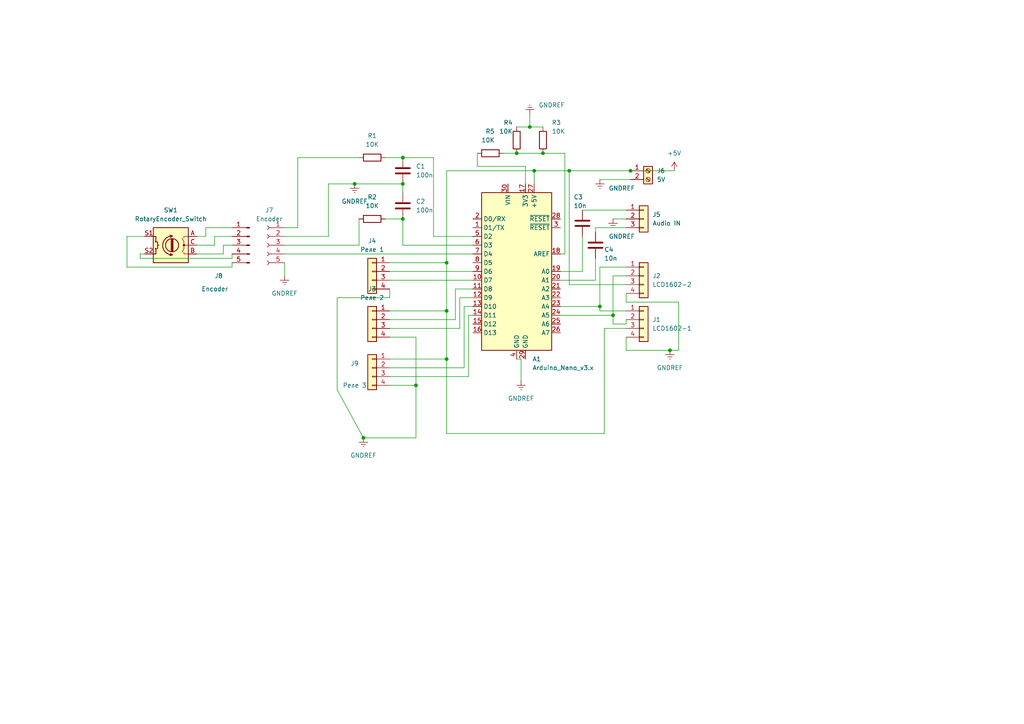
<source format=kicad_sch>
(kicad_sch (version 20211123) (generator eeschema)
  (paper "A4")
  (lib_symbols
    (symbol "Connector:Conn_01x05_Female" (pin_names (offset 1.016) hide)
      (property "Reference" "J" (at 0 7.62 0))
      (property "Value" "Conn_01x05_Female" (at 0 -7.62 0))
      (symbol "Conn_01x05_Female_1_1"
        (arc (start 0 -4.572) (mid -0.508 -5.08) (end 0 -5.588) (stroke (width 0.1524)))
        (arc (start 0 -2.032) (mid -0.508 -2.54) (end 0 -3.048) (stroke (width 0.1524)))
        (polyline (pts (xy -1.27 -5.08) (xy -0.508 -5.08)) (stroke (width 0.1524)))
        (polyline (pts (xy -1.27 -2.54) (xy -0.508 -2.54)) (stroke (width 0.1524)))
        (polyline (pts (xy -1.27 0) (xy -0.508 0)) (stroke (width 0.1524)))
        (polyline (pts (xy -1.27 2.54) (xy -0.508 2.54)) (stroke (width 0.1524)))
        (polyline (pts (xy -1.27 5.08) (xy -0.508 5.08)) (stroke (width 0.1524)))
        (arc (start 0 0.508) (mid -0.508 0) (end 0 -0.508) (stroke (width 0.1524)))
        (arc (start 0 3.048) (mid -0.508 2.54) (end 0 2.032) (stroke (width 0.1524)))
        (arc (start 0 5.588) (mid -0.508 5.08) (end 0 4.572) (stroke (width 0.1524)))
        (pin passive line (at -5.08 5.08 0) (length 3.81) (name "Pin_1") (number "1"))
        (pin passive line (at -5.08 2.54 0) (length 3.81) (name "Pin_2") (number "2"))
        (pin passive line (at -5.08 0 0) (length 3.81) (name "Pin_3") (number "3"))
        (pin passive line (at -5.08 -2.54 0) (length 3.81) (name "Pin_4") (number "4"))
        (pin passive line (at -5.08 -5.08 0) (length 3.81) (name "Pin_5") (number "5"))
      )
    )
    (symbol "Connector:Conn_01x05_Male" (pin_names (offset 1.016) hide)
      (property "Reference" "J" (at 0 7.62 0))
      (property "Value" "Conn_01x05_Male" (at 0 -7.62 0))
      (symbol "Conn_01x05_Male_1_1"
        (polyline (pts (xy 1.27 -5.08) (xy 0.8636 -5.08)) (stroke (width 0.1524)))
        (polyline (pts (xy 1.27 -2.54) (xy 0.8636 -2.54)) (stroke (width 0.1524)))
        (polyline (pts (xy 1.27 0) (xy 0.8636 0)) (stroke (width 0.1524)))
        (polyline (pts (xy 1.27 2.54) (xy 0.8636 2.54)) (stroke (width 0.1524)))
        (polyline (pts (xy 1.27 5.08) (xy 0.8636 5.08)) (stroke (width 0.1524)))
        (rectangle (start 0.8636 -4.953) (end 0 -5.207) (stroke (width 0.1524)) (fill (type outline)))
        (rectangle (start 0.8636 -2.413) (end 0 -2.667) (stroke (width 0.1524)) (fill (type outline)))
        (rectangle (start 0.8636 0.127) (end 0 -0.127) (stroke (width 0.1524)) (fill (type outline)))
        (rectangle (start 0.8636 2.667) (end 0 2.413) (stroke (width 0.1524)) (fill (type outline)))
        (rectangle (start 0.8636 5.207) (end 0 4.953) (stroke (width 0.1524)) (fill (type outline)))
        (pin passive line (at 5.08 5.08 180) (length 3.81) (name "Pin_1") (number "1"))
        (pin passive line (at 5.08 2.54 180) (length 3.81) (name "Pin_2") (number "2"))
        (pin passive line (at 5.08 0 180) (length 3.81) (name "Pin_3") (number "3"))
        (pin passive line (at 5.08 -2.54 180) (length 3.81) (name "Pin_4") (number "4"))
        (pin passive line (at 5.08 -5.08 180) (length 3.81) (name "Pin_5") (number "5"))
      )
    )
    (symbol "Connector:Screw_Terminal_01x02" (pin_names (offset 1.016) hide)
      (property "Reference" "J" (at 0 2.54 0))
      (property "Value" "Screw_Terminal_01x02" (at 0 -5.08 0))
      (symbol "Screw_Terminal_01x02_1_1"
        (rectangle (start -1.27 1.27) (end 1.27 -3.81) (stroke (width 0.254)) (fill (type background)))
        (circle (center 0 -2.54) (radius 0.635) (stroke (width 0.1524)))
        (polyline (pts (xy -0.5334 -2.2098) (xy 0.3302 -3.048)) (stroke (width 0.1524)))
        (polyline (pts (xy -0.5334 0.3302) (xy 0.3302 -0.508)) (stroke (width 0.1524)))
        (polyline (pts (xy -0.3556 -2.032) (xy 0.508 -2.8702)) (stroke (width 0.1524)))
        (polyline (pts (xy -0.3556 0.508) (xy 0.508 -0.3302)) (stroke (width 0.1524)))
        (circle (center 0 0) (radius 0.635) (stroke (width 0.1524)))
        (pin passive line (at -5.08 0 0) (length 3.81) (name "Pin_1") (number "1"))
        (pin passive line (at -5.08 -2.54 0) (length 3.81) (name "Pin_2") (number "2"))
      )
    )
    (symbol "Connector_Generic:Conn_01x03" (pin_names (offset 1.016) hide)
      (property "Reference" "J" (at 0 5.08 0))
      (property "Value" "Conn_01x03" (at 0 -5.08 0))
      (symbol "Conn_01x03_1_1"
        (rectangle (start -1.27 -2.413) (end 0 -2.667) (stroke (width 0.1524)))
        (rectangle (start -1.27 0.127) (end 0 -0.127) (stroke (width 0.1524)))
        (rectangle (start -1.27 2.667) (end 0 2.413) (stroke (width 0.1524)))
        (rectangle (start -1.27 3.81) (end 1.27 -3.81) (stroke (width 0.254)) (fill (type background)))
        (pin passive line (at -5.08 2.54 0) (length 3.81) (name "Pin_1") (number "1"))
        (pin passive line (at -5.08 0 0) (length 3.81) (name "Pin_2") (number "2"))
        (pin passive line (at -5.08 -2.54 0) (length 3.81) (name "Pin_3") (number "3"))
      )
    )
    (symbol "Connector_Generic:Conn_01x04" (pin_names (offset 1.016) hide)
      (property "Reference" "J" (at 0 5.08 0))
      (property "Value" "Conn_01x04" (at 0 -7.62 0))
      (symbol "Conn_01x04_1_1"
        (rectangle (start -1.27 -4.953) (end 0 -5.207) (stroke (width 0.1524)))
        (rectangle (start -1.27 -2.413) (end 0 -2.667) (stroke (width 0.1524)))
        (rectangle (start -1.27 0.127) (end 0 -0.127) (stroke (width 0.1524)))
        (rectangle (start -1.27 2.667) (end 0 2.413) (stroke (width 0.1524)))
        (rectangle (start -1.27 3.81) (end 1.27 -6.35) (stroke (width 0.254)) (fill (type background)))
        (pin passive line (at -5.08 2.54 0) (length 3.81) (name "Pin_1") (number "1"))
        (pin passive line (at -5.08 0 0) (length 3.81) (name "Pin_2") (number "2"))
        (pin passive line (at -5.08 -2.54 0) (length 3.81) (name "Pin_3") (number "3"))
        (pin passive line (at -5.08 -5.08 0) (length 3.81) (name "Pin_4") (number "4"))
      )
    )
    (symbol "Device:C" (pin_numbers hide) (pin_names (offset 0.254))
      (property "Reference" "C" (at 0.635 2.54 0))
      (property "Value" "C" (at 0.635 -2.54 0))
      (symbol "C_0_1"
        (polyline (pts (xy -2.032 -0.762) (xy 2.032 -0.762)) (stroke (width 0.508)))
        (polyline (pts (xy -2.032 0.762) (xy 2.032 0.762)) (stroke (width 0.508)))
      )
      (symbol "C_1_1"
        (pin passive line (at 0 3.81 270) (length 2.794) (name "~") (number "1"))
        (pin passive line (at 0 -3.81 90) (length 2.794) (name "~") (number "2"))
      )
    )
    (symbol "Device:R" (pin_numbers hide) (pin_names (offset 0))
      (property "Reference" "R" (at 2.032 0 90))
      (property "Value" "R" (at 0 0 90))
      (symbol "R_0_1"
        (rectangle (start -1.016 -2.54) (end 1.016 2.54) (stroke (width 0.254)))
      )
      (symbol "R_1_1"
        (pin passive line (at 0 3.81 270) (length 1.27) (name "~") (number "1"))
        (pin passive line (at 0 -3.81 90) (length 1.27) (name "~") (number "2"))
      )
    )
    (symbol "Device:RotaryEncoder_Switch" (pin_names (offset 0.254) hide)
      (property "Reference" "SW" (at 0 6.604 0))
      (property "Value" "RotaryEncoder_Switch" (at 0 -6.604 0))
      (symbol "RotaryEncoder_Switch_0_1"
        (rectangle (start -5.08 5.08) (end 5.08 -5.08) (stroke (width 0.254)) (fill (type background)))
        (circle (center -3.81 0) (radius 0.254) (fill (type outline)))
        (arc (start -0.381 -2.794) (mid 2.3622 -0.0508) (end -0.381 2.667) (stroke (width 0.254)))
        (circle (center -0.381 0) (radius 1.905) (stroke (width 0.254)))
        (polyline (pts (xy -0.635 -1.778) (xy -0.635 1.778)) (stroke (width 0.254)))
        (polyline (pts (xy -0.381 -1.778) (xy -0.381 1.778)) (stroke (width 0.254)))
        (polyline (pts (xy -0.127 1.778) (xy -0.127 -1.778)) (stroke (width 0.254)))
        (polyline (pts (xy 3.81 0) (xy 3.429 0)) (stroke (width 0.254)))
        (polyline (pts (xy 3.81 1.016) (xy 3.81 -1.016)) (stroke (width 0.254)))
        (polyline (pts (xy -5.08 -2.54) (xy -3.81 -2.54) (xy -3.81 -2.032)))
        (polyline (pts (xy -5.08 2.54) (xy -3.81 2.54) (xy -3.81 2.032)))
        (polyline (pts (xy 0.254 -3.048) (xy -0.508 -2.794) (xy 0.127 -2.413)) (stroke (width 0.254)))
        (polyline (pts (xy 0.254 2.921) (xy -0.508 2.667) (xy 0.127 2.286)) (stroke (width 0.254)))
        (polyline (pts (xy 5.08 -2.54) (xy 4.318 -2.54) (xy 4.318 -1.016)) (stroke (width 0.254)))
        (polyline (pts (xy 5.08 2.54) (xy 4.318 2.54) (xy 4.318 1.016)) (stroke (width 0.254)))
        (polyline (pts (xy -5.08 0) (xy -3.81 0) (xy -3.81 -1.016) (xy -3.302 -2.032)))
        (polyline (pts (xy -4.318 0) (xy -3.81 0) (xy -3.81 1.016) (xy -3.302 2.032)))
        (circle (center 4.318 -1.016) (radius 0.127) (stroke (width 0.254)))
        (circle (center 4.318 1.016) (radius 0.127) (stroke (width 0.254)))
      )
      (symbol "RotaryEncoder_Switch_1_1"
        (pin passive line (at -7.62 2.54 0) (length 2.54) (name "A") (number "A"))
        (pin passive line (at -7.62 -2.54 0) (length 2.54) (name "B") (number "B"))
        (pin passive line (at -7.62 0 0) (length 2.54) (name "C") (number "C"))
        (pin passive line (at 7.62 2.54 180) (length 2.54) (name "S1") (number "S1"))
        (pin passive line (at 7.62 -2.54 180) (length 2.54) (name "S2") (number "S2"))
      )
    )
    (symbol "MCU_Module:Arduino_Nano_v3.x"
      (property "Reference" "A" (at -10.16 23.495 0))
      (property "Value" "Arduino_Nano_v3.x" (at 5.08 -24.13 0))
      (symbol "Arduino_Nano_v3.x_0_1"
        (rectangle (start -10.16 22.86) (end 10.16 -22.86) (stroke (width 0.254)) (fill (type background)))
      )
      (symbol "Arduino_Nano_v3.x_1_1"
        (pin bidirectional line (at -12.7 12.7 0) (length 2.54) (name "D1/TX") (number "1"))
        (pin bidirectional line (at -12.7 -2.54 0) (length 2.54) (name "D7") (number "10"))
        (pin bidirectional line (at -12.7 -5.08 0) (length 2.54) (name "D8") (number "11"))
        (pin bidirectional line (at -12.7 -7.62 0) (length 2.54) (name "D9") (number "12"))
        (pin bidirectional line (at -12.7 -10.16 0) (length 2.54) (name "D10") (number "13"))
        (pin bidirectional line (at -12.7 -12.7 0) (length 2.54) (name "D11") (number "14"))
        (pin bidirectional line (at -12.7 -15.24 0) (length 2.54) (name "D12") (number "15"))
        (pin bidirectional line (at -12.7 -17.78 0) (length 2.54) (name "D13") (number "16"))
        (pin power_out line (at 2.54 25.4 270) (length 2.54) (name "3V3") (number "17"))
        (pin input line (at 12.7 5.08 180) (length 2.54) (name "AREF") (number "18"))
        (pin bidirectional line (at 12.7 0 180) (length 2.54) (name "A0") (number "19"))
        (pin bidirectional line (at -12.7 15.24 0) (length 2.54) (name "D0/RX") (number "2"))
        (pin bidirectional line (at 12.7 -2.54 180) (length 2.54) (name "A1") (number "20"))
        (pin bidirectional line (at 12.7 -5.08 180) (length 2.54) (name "A2") (number "21"))
        (pin bidirectional line (at 12.7 -7.62 180) (length 2.54) (name "A3") (number "22"))
        (pin bidirectional line (at 12.7 -10.16 180) (length 2.54) (name "A4") (number "23"))
        (pin bidirectional line (at 12.7 -12.7 180) (length 2.54) (name "A5") (number "24"))
        (pin bidirectional line (at 12.7 -15.24 180) (length 2.54) (name "A6") (number "25"))
        (pin bidirectional line (at 12.7 -17.78 180) (length 2.54) (name "A7") (number "26"))
        (pin power_out line (at 5.08 25.4 270) (length 2.54) (name "+5V") (number "27"))
        (pin input line (at 12.7 15.24 180) (length 2.54) (name "~{RESET}") (number "28"))
        (pin power_in line (at 2.54 -25.4 90) (length 2.54) (name "GND") (number "29"))
        (pin input line (at 12.7 12.7 180) (length 2.54) (name "~{RESET}") (number "3"))
        (pin power_in line (at -2.54 25.4 270) (length 2.54) (name "VIN") (number "30"))
        (pin power_in line (at 0 -25.4 90) (length 2.54) (name "GND") (number "4"))
        (pin bidirectional line (at -12.7 10.16 0) (length 2.54) (name "D2") (number "5"))
        (pin bidirectional line (at -12.7 7.62 0) (length 2.54) (name "D3") (number "6"))
        (pin bidirectional line (at -12.7 5.08 0) (length 2.54) (name "D4") (number "7"))
        (pin bidirectional line (at -12.7 2.54 0) (length 2.54) (name "D5") (number "8"))
        (pin bidirectional line (at -12.7 0 0) (length 2.54) (name "D6") (number "9"))
      )
    )
    (symbol "power:+5V" (power) (pin_names (offset 0))
      (property "Value" "+5V" (at 0 3.556 0))
      (symbol "+5V_0_1"
        (polyline (pts (xy -0.762 1.27) (xy 0 2.54)))
        (polyline (pts (xy 0 0) (xy 0 2.54)))
        (polyline (pts (xy 0 2.54) (xy 0.762 1.27)))
      )
      (symbol "+5V_1_1"
        (pin power_in line (at 0 0 90) (length 0) hide (name "+5V") (number "1"))
      )
    )
    (symbol "power:GNDREF" (power) (pin_names (offset 0))
      (property "Value" "GNDREF" (at 0 -3.81 0))
      (symbol "GNDREF_0_1"
        (polyline (pts (xy -0.635 -1.905) (xy 0.635 -1.905)))
        (polyline (pts (xy -0.127 -2.54) (xy 0.127 -2.54)))
        (polyline (pts (xy 0 -1.27) (xy 0 0)))
        (polyline (pts (xy 1.27 -1.27) (xy -1.27 -1.27)))
      )
      (symbol "GNDREF_1_1"
        (pin power_in line (at 0 0 270) (length 0) hide (name "GNDREF") (number "1"))
      )
    )
  )
  (junction (at 129.54 104.14))
  (junction (at 165.1 49.53))
  (junction (at 105.41 127))
  (junction (at 149.86 44.45))
  (junction (at 154.94 49.53))
  (junction (at 157.48 44.45))
  (junction (at 194.31 101.6))
  (junction (at 129.54 76.2))
  (junction (at 116.84 63.5))
  (junction (at 182.88 49.53))
  (junction (at 120.65 111.76))
  (junction (at 116.84 53.34))
  (junction (at 116.84 45.72))
  (junction (at 129.54 90.17))
  (junction (at 102.87 53.34))
  (junction (at 177.8 91.44))
  (junction (at 153.67 36.83))
  (junction (at 173.99 88.9))
  (wire (pts (xy 111.76 63.5) (xy 116.84 63.5)))
  (wire (pts (xy 36.83 68.58) (xy 36.83 77.47)))
  (wire (pts (xy 152.4 53.34) (xy 152.4 48.26)))
  (wire (pts (xy 152.4 48.26) (xy 138.43 48.26)))
  (wire (pts (xy 113.03 109.22) (xy 135.89 109.22)))
  (wire (pts (xy 129.54 49.53) (xy 154.94 49.53)))
  (wire (pts (xy 137.16 71.12) (xy 116.84 71.12)))
  (wire (pts (xy 196.85 87.63) (xy 196.85 101.6)))
  (wire (pts (xy 172.72 66.04) (xy 172.72 67.31)))
  (wire (pts (xy 163.83 73.66) (xy 163.83 44.45)))
  (wire (pts (xy 181.61 93.98) (xy 181.61 92.71)))
  (wire (pts (xy 86.36 45.72) (xy 104.14 45.72)))
  (wire (pts (xy 116.84 71.12) (xy 116.84 63.5)))
  (wire (pts (xy 125.73 68.58) (xy 125.73 45.72)))
  (wire (pts (xy 196.85 101.6) (xy 194.31 101.6)))
  (wire (pts (xy 113.03 104.14) (xy 129.54 104.14)))
  (wire (pts (xy 135.89 109.22) (xy 135.89 91.44)))
  (wire (pts (xy 125.73 45.72) (xy 116.84 45.72)))
  (wire (pts (xy 162.56 81.28) (xy 172.72 81.28)))
  (wire (pts (xy 82.55 68.58) (xy 95.25 68.58)))
  (wire (pts (xy 181.61 80.01) (xy 177.8 80.01)))
  (wire (pts (xy 129.54 90.17) (xy 129.54 104.14)))
  (wire (pts (xy 165.1 82.55) (xy 165.1 49.53)))
  (wire (pts (xy 113.03 86.36) (xy 113.03 83.82)))
  (wire (pts (xy 175.26 125.73) (xy 129.54 125.73)))
  (wire (pts (xy 105.41 127) (xy 120.65 127)))
  (wire (pts (xy 151.13 104.14) (xy 151.13 110.49)))
  (wire (pts (xy 138.43 48.26) (xy 138.43 44.45)))
  (wire (pts (xy 57.15 68.58) (xy 59.69 68.58)))
  (wire (pts (xy 149.86 104.14) (xy 151.13 104.14)))
  (wire (pts (xy 62.23 68.58) (xy 67.31 68.58)))
  (wire (pts (xy 168.91 68.58) (xy 168.91 78.74)))
  (wire (pts (xy 129.54 104.14) (xy 129.54 125.73)))
  (wire (pts (xy 173.99 88.9) (xy 173.99 90.17)))
  (wire (pts (xy 129.54 76.2) (xy 129.54 90.17)))
  (wire (pts (xy 153.67 36.83) (xy 157.48 36.83)))
  (wire (pts (xy 153.67 33.02) (xy 153.67 36.83)))
  (wire (pts (xy 149.86 44.45) (xy 157.48 44.45)))
  (wire (pts (xy 175.26 95.25) (xy 175.26 125.73)))
  (wire (pts (xy 36.83 77.47) (xy 67.31 77.47)))
  (wire (pts (xy 64.77 71.12) (xy 67.31 71.12)))
  (wire (pts (xy 67.31 77.47) (xy 67.31 76.2)))
  (wire (pts (xy 129.54 49.53) (xy 129.54 76.2)))
  (wire (pts (xy 134.62 106.68) (xy 134.62 88.9)))
  (wire (pts (xy 113.03 76.2) (xy 129.54 76.2)))
  (wire (pts (xy 133.35 95.25) (xy 133.35 86.36)))
  (wire (pts (xy 181.61 82.55) (xy 165.1 82.55)))
  (wire (pts (xy 132.08 92.71) (xy 132.08 83.82)))
  (wire (pts (xy 172.72 74.93) (xy 172.72 81.28)))
  (wire (pts (xy 154.94 49.53) (xy 154.94 53.34)))
  (wire (pts (xy 64.77 73.66) (xy 64.77 71.12)))
  (wire (pts (xy 181.61 95.25) (xy 175.26 95.25)))
  (wire (pts (xy 113.03 81.28) (xy 137.16 81.28)))
  (wire (pts (xy 82.55 80.01) (xy 82.55 76.2)))
  (wire (pts (xy 181.61 63.5) (xy 177.8 63.5)))
  (wire (pts (xy 67.31 74.93) (xy 67.31 73.66)))
  (wire (pts (xy 113.03 92.71) (xy 132.08 92.71)))
  (wire (pts (xy 86.36 66.04) (xy 86.36 45.72)))
  (wire (pts (xy 181.61 87.63) (xy 196.85 87.63)))
  (wire (pts (xy 181.61 97.79) (xy 181.61 101.6)))
  (wire (pts (xy 149.86 36.83) (xy 153.67 36.83)))
  (wire (pts (xy 181.61 85.09) (xy 181.61 87.63)))
  (wire (pts (xy 173.99 90.17) (xy 181.61 90.17)))
  (wire (pts (xy 59.69 66.04) (xy 67.31 66.04)))
  (wire (pts (xy 173.99 77.47) (xy 173.99 88.9)))
  (wire (pts (xy 82.55 66.04) (xy 86.36 66.04)))
  (wire (pts (xy 154.94 49.53) (xy 165.1 49.53)))
  (wire (pts (xy 97.79 86.36) (xy 97.79 113.03)))
  (wire (pts (xy 162.56 78.74) (xy 168.91 78.74)))
  (wire (pts (xy 57.15 71.12) (xy 62.23 71.12)))
  (wire (pts (xy 59.69 68.58) (xy 59.69 66.04)))
  (wire (pts (xy 41.91 68.58) (xy 36.83 68.58)))
  (wire (pts (xy 104.14 71.12) (xy 104.14 63.5)))
  (wire (pts (xy 177.8 93.98) (xy 181.61 93.98)))
  (wire (pts (xy 40.64 73.66) (xy 40.64 74.93)))
  (wire (pts (xy 113.03 78.74) (xy 137.16 78.74)))
  (wire (pts (xy 41.91 73.66) (xy 40.64 73.66)))
  (wire (pts (xy 135.89 91.44) (xy 137.16 91.44)))
  (wire (pts (xy 177.8 80.01) (xy 177.8 91.44)))
  (wire (pts (xy 97.79 86.36) (xy 113.03 86.36)))
  (wire (pts (xy 137.16 68.58) (xy 125.73 68.58)))
  (wire (pts (xy 97.79 113.03) (xy 105.41 127)))
  (wire (pts (xy 82.55 73.66) (xy 137.16 73.66)))
  (wire (pts (xy 163.83 44.45) (xy 157.48 44.45)))
  (wire (pts (xy 181.61 77.47) (xy 173.99 77.47)))
  (wire (pts (xy 162.56 91.44) (xy 177.8 91.44)))
  (wire (pts (xy 120.65 97.79) (xy 120.65 111.76)))
  (wire (pts (xy 95.25 68.58) (xy 95.25 53.34)))
  (wire (pts (xy 182.88 49.53) (xy 195.58 49.53)))
  (wire (pts (xy 40.64 74.93) (xy 67.31 74.93)))
  (wire (pts (xy 62.23 71.12) (xy 62.23 68.58)))
  (wire (pts (xy 82.55 71.12) (xy 104.14 71.12)))
  (wire (pts (xy 168.91 60.96) (xy 181.61 60.96)))
  (wire (pts (xy 133.35 86.36) (xy 137.16 86.36)))
  (wire (pts (xy 57.15 73.66) (xy 64.77 73.66)))
  (wire (pts (xy 165.1 49.53) (xy 182.88 49.53)))
  (wire (pts (xy 102.87 53.34) (xy 116.84 53.34)))
  (wire (pts (xy 146.05 44.45) (xy 149.86 44.45)))
  (wire (pts (xy 162.56 88.9) (xy 173.99 88.9)))
  (wire (pts (xy 181.61 66.04) (xy 172.72 66.04)))
  (wire (pts (xy 134.62 88.9) (xy 137.16 88.9)))
  (wire (pts (xy 162.56 73.66) (xy 163.83 73.66)))
  (wire (pts (xy 182.88 52.07) (xy 173.99 52.07)))
  (wire (pts (xy 113.03 106.68) (xy 134.62 106.68)))
  (wire (pts (xy 95.25 53.34) (xy 102.87 53.34)))
  (wire (pts (xy 181.61 101.6) (xy 194.31 101.6)))
  (wire (pts (xy 177.8 91.44) (xy 177.8 93.98)))
  (wire (pts (xy 113.03 90.17) (xy 129.54 90.17)))
  (wire (pts (xy 113.03 111.76) (xy 120.65 111.76)))
  (wire (pts (xy 116.84 53.34) (xy 116.84 55.88)))
  (wire (pts (xy 120.65 111.76) (xy 120.65 127)))
  (wire (pts (xy 113.03 95.25) (xy 133.35 95.25)))
  (wire (pts (xy 120.65 97.79) (xy 113.03 97.79)))
  (wire (pts (xy 111.76 45.72) (xy 116.84 45.72)))
  (wire (pts (xy 132.08 83.82) (xy 137.16 83.82)))
  (symbol (lib_id "Connector_Generic:Conn_01x04") (at 186.69 92.71 0) (unit 1)
    (property "Reference" "J1" (at 189.23 92.7099 0) (effects (justify left)))
    (property "Value" "LCD1602-1" (at 189.23 95.2499 0) (effects (justify left)))
    (property "Footprint" "Connector_JST:JST_XH_B4B-XH-A_1x04_P2.50mm_Vertical" (effects hide))
  )
  (symbol (lib_id "Connector:Screw_Terminal_01x02") (at 187.96 49.53 0) (unit 1)
    (property "Reference" "J6" (at 190.5 49.5299 0) (effects (justify left)))
    (property "Value" "5V" (at 190.5 52.0699 0) (effects (justify left)))
    (property "Footprint" "TerminalBlock:TerminalBlock_bornier-2_P5.08mm" (effects hide))
  )
  (symbol (lib_id "Connector_Generic:Conn_01x04") (at 107.95 78.74 0) (mirror y) (unit 1)
    (property "Reference" "J4" (at 107.95 69.85 0))
    (property "Value" "Реле 1" (at 107.95 72.39 0))
    (property "Footprint" "Connector_JST:JST_XH_B4B-XH-A_1x04_P2.50mm_Vertical" (effects hide))
  )
  (symbol (lib_id "power:+5V") (at 195.58 49.53 0) (unit 1)
    (property "Reference" "#PWR0105" (effects hide))
    (property "Value" "+5V" (at 195.58 44.45 0))
  )
  (symbol (lib_id "Device:R") (at 149.86 40.64 0) (unit 1)
    (property "Reference" "R4" (at 146.05 35.56 0) (effects (justify left)))
    (property "Value" "10K" (at 144.78 38.1 0) (effects (justify left)))
    (property "Footprint" "Resistor_THT:R_Axial_DIN0207_L6.3mm_D2.5mm_P10.16mm_Horizontal" (effects hide))
  )
  (symbol (lib_id "MCU_Module:Arduino_Nano_v3.x") (at 149.86 78.74 0) (unit 1)
    (property "Reference" "A1" (at 154.4194 104.14 0) (effects (justify left)))
    (property "Value" "Arduino_Nano_v3.x" (at 154.4194 106.68 0) (effects (justify left)))
    (property "Footprint" "Module:Arduino_Nano" (effects hide))
    (property "Datasheet" "http://www.mouser.com/pdfdocs/Gravitech_Arduino_Nano3_0.pdf" (effects hide))
  )
  (symbol (lib_id "Connector_Generic:Conn_01x04") (at 186.69 80.01 0) (unit 1)
    (property "Reference" "J2" (at 189.23 80.0099 0) (effects (justify left)))
    (property "Value" "LCD1602-2" (at 189.23 82.5499 0) (effects (justify left)))
    (property "Footprint" "Connector_JST:JST_XH_B4B-XH-A_1x04_P2.50mm_Vertical" (effects hide))
  )
  (symbol (lib_id "power:GNDREF") (at 102.87 53.34 0) (unit 1)
    (property "Reference" "#PWR0107" (effects hide))
    (property "Value" "GNDREF" (at 102.87 58.42 0))
  )
  (symbol (lib_id "Connector:Conn_01x05_Female") (at 77.47 71.12 0) (mirror y) (unit 1)
    (property "Reference" "J7" (at 78.105 60.96 0))
    (property "Value" "Encoder" (at 78.105 63.5 0))
    (property "Footprint" "Connector_JST:JST_XH_B5B-XH-A_1x05_P2.50mm_Vertical" (effects hide))
  )
  (symbol (lib_id "power:GNDREF") (at 177.8 63.5 0) (unit 1)
    (property "Reference" "#PWR0103" (effects hide))
    (property "Value" "GNDREF" (at 180.34 68.58 0))
  )
  (symbol (lib_id "power:GNDREF") (at 194.31 101.6 0) (unit 1)
    (property "Reference" "#PWR0104" (effects hide))
    (property "Value" "GNDREF" (at 194.31 106.68 0))
  )
  (symbol (lib_id "power:GNDREF") (at 82.55 80.01 0) (unit 1)
    (property "Reference" "#PWR0108" (effects hide))
    (property "Value" "GNDREF" (at 82.55 85.09 0))
  )
  (symbol (lib_id "power:GNDREF") (at 173.99 52.07 0) (unit 1)
    (property "Reference" "#PWR0106" (effects hide))
    (property "Value" "GNDREF" (at 180.34 54.61 0))
  )
  (symbol (lib_id "Device:R") (at 107.95 63.5 90) (unit 1)
    (property "Reference" "R2" (at 107.95 57.15 90))
    (property "Value" "10K" (at 107.95 59.69 90))
    (property "Footprint" "Resistor_THT:R_Axial_DIN0207_L6.3mm_D2.5mm_P10.16mm_Horizontal" (effects hide))
  )
  (symbol (lib_id "Connector_Generic:Conn_01x04") (at 107.95 106.68 0) (mirror y) (unit 1)
    (property "Reference" "J9" (at 102.87 105.41 0))
    (property "Value" "Реле 3" (at 102.87 111.76 0))
    (property "Footprint" "Connector_JST:JST_XH_B4B-XH-A_1x04_P2.50mm_Vertical" (effects hide))
  )
  (symbol (lib_id "Device:RotaryEncoder_Switch") (at 49.53 71.12 0) (mirror y) (unit 1)
    (property "Reference" "SW1" (at 49.53 60.96 0))
    (property "Value" "RotaryEncoder_Switch" (at 49.53 63.5 0))
    (property "Footprint" "Rotary_Encoder:RotaryEncoder_Alps_EC11E-Switch_Vertical_H20mm" (effects hide))
  )
  (symbol (lib_id "Device:R") (at 157.48 40.64 0) (unit 1)
    (property "Reference" "R3" (at 160.02 35.56 0) (effects (justify left)))
    (property "Value" "10K" (at 160.02 38.1 0) (effects (justify left)))
    (property "Footprint" "Resistor_THT:R_Axial_DIN0207_L6.3mm_D2.5mm_P10.16mm_Horizontal" (effects hide))
  )
  (symbol (lib_id "Connector_Generic:Conn_01x03") (at 186.69 63.5 0) (unit 1)
    (property "Reference" "J5" (at 189.23 62.2299 0) (effects (justify left)))
    (property "Value" "Audio IN" (at 189.23 64.7699 0) (effects (justify left)))
    (property "Footprint" "Connector_JST:JST_XH_B3B-XH-A_1x03_P2.50mm_Vertical" (effects hide))
  )
  (symbol (lib_id "power:GNDREF") (at 105.41 127 0) (unit 1)
    (property "Reference" "#PWR0102" (effects hide))
    (property "Value" "GNDREF" (at 105.41 132.08 0))
  )
  (symbol (lib_id "Connector_Generic:Conn_01x04") (at 107.95 92.71 0) (mirror y) (unit 1)
    (property "Reference" "J3" (at 107.95 83.82 0))
    (property "Value" "Реле 2" (at 107.95 86.36 0))
    (property "Footprint" "Connector_JST:JST_XH_B4B-XH-A_1x04_P2.50mm_Vertical" (effects hide))
  )
  (symbol (lib_id "power:GNDREF") (at 153.67 33.02 0) (mirror x) (unit 1)
    (property "Reference" "#PWR?" (effects hide))
    (property "Value" "GNDREF" (at 160.02 30.48 0))
  )
  (symbol (lib_id "Device:C") (at 168.91 64.77 0) (unit 1)
    (property "Reference" "C3" (at 166.37 57.15 0) (effects (justify left)))
    (property "Value" "10n" (at 166.37 59.69 0) (effects (justify left)))
    (property "Footprint" "Capacitor_THT:C_Disc_D4.7mm_W2.5mm_P5.00mm" (effects hide))
  )
  (symbol (lib_id "Device:R") (at 142.24 44.45 90) (unit 1)
    (property "Reference" "R5" (at 143.51 38.1 90) (effects (justify left)))
    (property "Value" "10K" (at 143.51 40.64 90) (effects (justify left)))
    (property "Footprint" "Resistor_THT:R_Axial_DIN0207_L6.3mm_D2.5mm_P10.16mm_Horizontal" (effects hide))
  )
  (symbol (lib_id "Device:C") (at 172.72 71.12 0) (unit 1)
    (property "Reference" "C4" (at 175.26 72.39 0) (effects (justify left)))
    (property "Value" "10n" (at 175.26 74.93 0) (effects (justify left)))
    (property "Footprint" "Capacitor_THT:C_Disc_D4.7mm_W2.5mm_P5.00mm" (effects hide))
  )
  (symbol (lib_id "Connector:Conn_01x05_Male") (at 72.39 71.12 0) (mirror y) (unit 1)
    (property "Reference" "J8" (at 62.23 80.01 0) (effects (justify right)))
    (property "Value" "Encoder" (at 58.42 83.82 0) (effects (justify right)))
  )
  (symbol (lib_id "power:GNDREF") (at 151.13 110.49 0) (unit 1)
    (property "Reference" "#PWR0101" (effects hide))
    (property "Value" "GNDREF" (at 151.13 115.57 0))
  )
  (symbol (lib_id "Device:R") (at 107.95 45.72 90) (unit 1)
    (property "Reference" "R1" (at 107.95 39.37 90))
    (property "Value" "10K" (at 107.95 41.91 90))
    (property "Footprint" "Resistor_THT:R_Axial_DIN0207_L6.3mm_D2.5mm_P10.16mm_Horizontal" (effects hide))
  )
  (symbol (lib_id "Device:C") (at 116.84 59.69 0) (unit 1)
    (property "Reference" "C2" (at 120.65 58.4199 0) (effects (justify left)))
    (property "Value" "100n" (at 120.65 60.9599 0) (effects (justify left)))
    (property "Footprint" "Capacitor_THT:C_Disc_D4.7mm_W2.5mm_P5.00mm" (effects hide))
  )
  (symbol (lib_id "Device:C") (at 116.84 49.53 0) (unit 1)
    (property "Reference" "C1" (at 120.65 48.2599 0) (effects (justify left)))
    (property "Value" "100n" (at 120.65 50.7999 0) (effects (justify left)))
    (property "Footprint" "Capacitor_THT:C_Disc_D4.7mm_W2.5mm_P5.00mm" (effects hide))
  )
)
</source>
